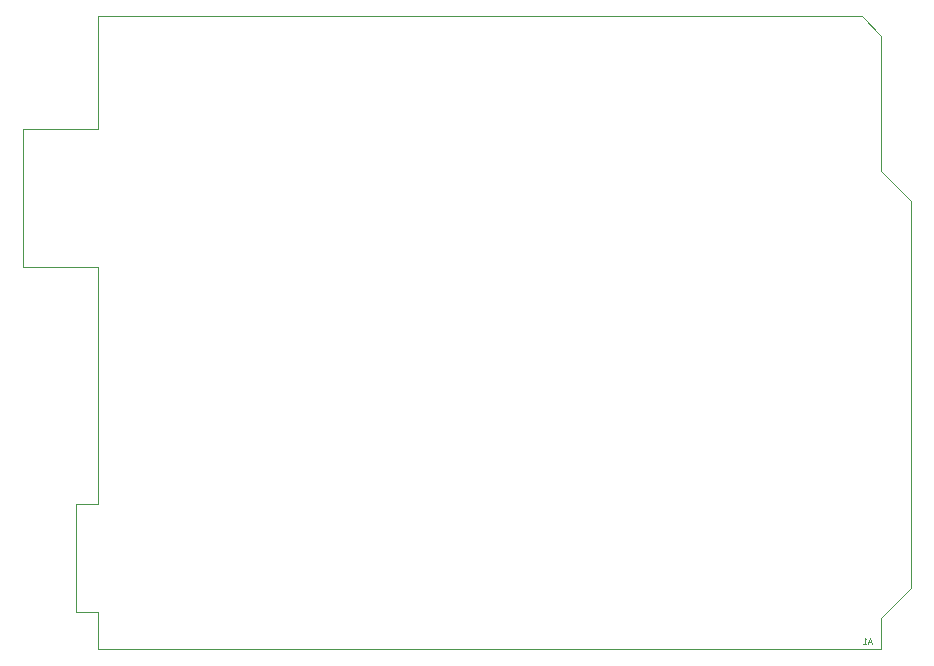
<source format=gbr>
%TF.GenerationSoftware,KiCad,Pcbnew,(7.0.0-0)*%
%TF.CreationDate,2023-03-13T18:12:38+01:00*%
%TF.ProjectId,tmc2209_devboard,746d6332-3230-4395-9f64-6576626f6172,rev?*%
%TF.SameCoordinates,Original*%
%TF.FileFunction,Legend,Bot*%
%TF.FilePolarity,Positive*%
%FSLAX46Y46*%
G04 Gerber Fmt 4.6, Leading zero omitted, Abs format (unit mm)*
G04 Created by KiCad (PCBNEW (7.0.0-0)) date 2023-03-13 18:12:38*
%MOMM*%
%LPD*%
G01*
G04 APERTURE LIST*
%ADD10C,0.125000*%
%ADD11C,0.120000*%
G04 APERTURE END LIST*
D10*
%TO.C,A1*%
X107857141Y-75040833D02*
X107619046Y-75040833D01*
X107904760Y-75183690D02*
X107738094Y-74683690D01*
X107738094Y-74683690D02*
X107571427Y-75183690D01*
X107142856Y-75183690D02*
X107428570Y-75183690D01*
X107285713Y-75183690D02*
X107285713Y-74683690D01*
X107285713Y-74683690D02*
X107333332Y-74755119D01*
X107333332Y-74755119D02*
X107380951Y-74802738D01*
X107380951Y-74802738D02*
X107428570Y-74826547D01*
D11*
X36030000Y-31600000D02*
X42380000Y-31600000D01*
X36030000Y-43280000D02*
X36030000Y-31600000D01*
X40480000Y-63350000D02*
X42380000Y-63350000D01*
X40480000Y-72490000D02*
X40480000Y-63350000D01*
X42380000Y-22070000D02*
X107030000Y-22070000D01*
X42380000Y-31600000D02*
X42380000Y-22070000D01*
X42380000Y-43280000D02*
X36030000Y-43280000D01*
X42380000Y-63350000D02*
X42380000Y-43280000D01*
X42380000Y-72490000D02*
X40480000Y-72490000D01*
X42380000Y-75670000D02*
X42380000Y-72490000D01*
X107030000Y-22070000D02*
X108680000Y-23720000D01*
X108680000Y-23720000D02*
X108680000Y-35150000D01*
X108680000Y-35150000D02*
X111220000Y-37690000D01*
X108680000Y-73000000D02*
X108680000Y-75670000D01*
X108680000Y-75670000D02*
X42380000Y-75670000D01*
X111220000Y-37690000D02*
X111220000Y-70460000D01*
X111220000Y-70460000D02*
X108680000Y-73000000D01*
%TD*%
M02*

</source>
